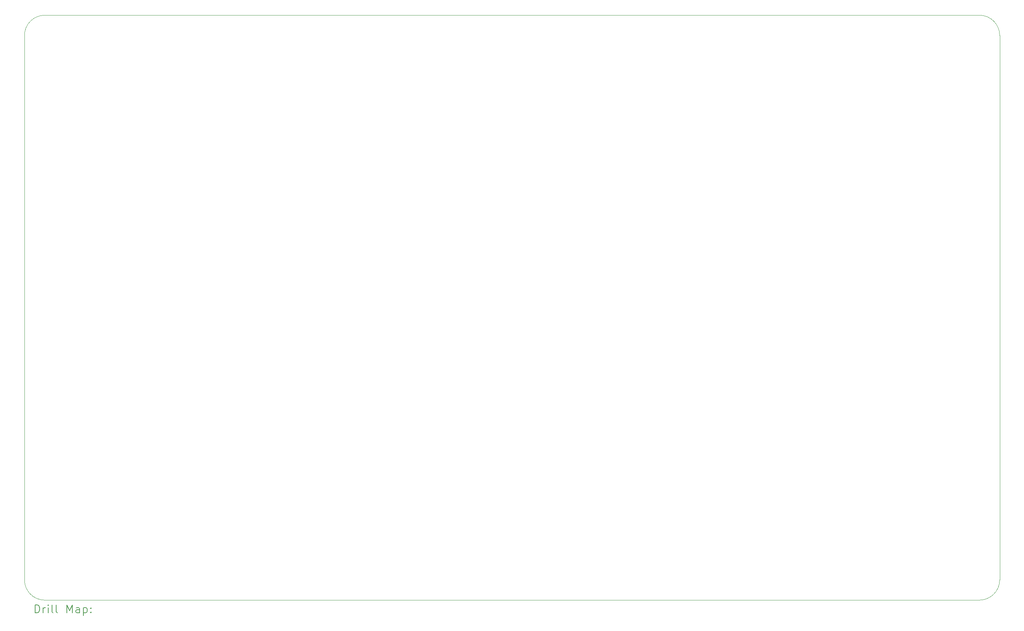
<source format=gbr>
%TF.GenerationSoftware,KiCad,Pcbnew,9.0.2*%
%TF.CreationDate,2025-10-03T07:29:53+01:00*%
%TF.ProjectId,MotorControl,4d6f746f-7243-46f6-9e74-726f6c2e6b69,rev?*%
%TF.SameCoordinates,Original*%
%TF.FileFunction,Drillmap*%
%TF.FilePolarity,Positive*%
%FSLAX45Y45*%
G04 Gerber Fmt 4.5, Leading zero omitted, Abs format (unit mm)*
G04 Created by KiCad (PCBNEW 9.0.2) date 2025-10-03 07:29:53*
%MOMM*%
%LPD*%
G01*
G04 APERTURE LIST*
%ADD10C,0.038100*%
%ADD11C,0.200000*%
G04 APERTURE END LIST*
D10*
X26719020Y-16289020D02*
X3754120Y-16289020D01*
X3754120Y-16289020D02*
G75*
G02*
X3254120Y-15789020I0J500000D01*
G01*
X26719020Y-1894840D02*
G75*
G02*
X27219020Y-2394840I0J-500000D01*
G01*
X3254120Y-15789020D02*
X3254120Y-2394840D01*
X27219020Y-15789020D02*
G75*
G02*
X26719020Y-16289020I-500000J0D01*
G01*
X3254120Y-2394840D02*
G75*
G02*
X3754120Y-1894840I500000J0D01*
G01*
X27219020Y-2394840D02*
X27219020Y-15789020D01*
X3754120Y-1894840D02*
X26719020Y-1894840D01*
D11*
X3512992Y-16602409D02*
X3512992Y-16402409D01*
X3512992Y-16402409D02*
X3560611Y-16402409D01*
X3560611Y-16402409D02*
X3589182Y-16411933D01*
X3589182Y-16411933D02*
X3608230Y-16430980D01*
X3608230Y-16430980D02*
X3617754Y-16450028D01*
X3617754Y-16450028D02*
X3627277Y-16488123D01*
X3627277Y-16488123D02*
X3627277Y-16516694D01*
X3627277Y-16516694D02*
X3617754Y-16554790D01*
X3617754Y-16554790D02*
X3608230Y-16573837D01*
X3608230Y-16573837D02*
X3589182Y-16592885D01*
X3589182Y-16592885D02*
X3560611Y-16602409D01*
X3560611Y-16602409D02*
X3512992Y-16602409D01*
X3712992Y-16602409D02*
X3712992Y-16469075D01*
X3712992Y-16507171D02*
X3722516Y-16488123D01*
X3722516Y-16488123D02*
X3732039Y-16478599D01*
X3732039Y-16478599D02*
X3751087Y-16469075D01*
X3751087Y-16469075D02*
X3770135Y-16469075D01*
X3836801Y-16602409D02*
X3836801Y-16469075D01*
X3836801Y-16402409D02*
X3827277Y-16411933D01*
X3827277Y-16411933D02*
X3836801Y-16421456D01*
X3836801Y-16421456D02*
X3846325Y-16411933D01*
X3846325Y-16411933D02*
X3836801Y-16402409D01*
X3836801Y-16402409D02*
X3836801Y-16421456D01*
X3960611Y-16602409D02*
X3941563Y-16592885D01*
X3941563Y-16592885D02*
X3932039Y-16573837D01*
X3932039Y-16573837D02*
X3932039Y-16402409D01*
X4065373Y-16602409D02*
X4046325Y-16592885D01*
X4046325Y-16592885D02*
X4036801Y-16573837D01*
X4036801Y-16573837D02*
X4036801Y-16402409D01*
X4293944Y-16602409D02*
X4293944Y-16402409D01*
X4293944Y-16402409D02*
X4360611Y-16545266D01*
X4360611Y-16545266D02*
X4427278Y-16402409D01*
X4427278Y-16402409D02*
X4427278Y-16602409D01*
X4608230Y-16602409D02*
X4608230Y-16497647D01*
X4608230Y-16497647D02*
X4598706Y-16478599D01*
X4598706Y-16478599D02*
X4579659Y-16469075D01*
X4579659Y-16469075D02*
X4541563Y-16469075D01*
X4541563Y-16469075D02*
X4522516Y-16478599D01*
X4608230Y-16592885D02*
X4589182Y-16602409D01*
X4589182Y-16602409D02*
X4541563Y-16602409D01*
X4541563Y-16602409D02*
X4522516Y-16592885D01*
X4522516Y-16592885D02*
X4512992Y-16573837D01*
X4512992Y-16573837D02*
X4512992Y-16554790D01*
X4512992Y-16554790D02*
X4522516Y-16535742D01*
X4522516Y-16535742D02*
X4541563Y-16526218D01*
X4541563Y-16526218D02*
X4589182Y-16526218D01*
X4589182Y-16526218D02*
X4608230Y-16516694D01*
X4703468Y-16469075D02*
X4703468Y-16669075D01*
X4703468Y-16478599D02*
X4722516Y-16469075D01*
X4722516Y-16469075D02*
X4760611Y-16469075D01*
X4760611Y-16469075D02*
X4779659Y-16478599D01*
X4779659Y-16478599D02*
X4789182Y-16488123D01*
X4789182Y-16488123D02*
X4798706Y-16507171D01*
X4798706Y-16507171D02*
X4798706Y-16564313D01*
X4798706Y-16564313D02*
X4789182Y-16583361D01*
X4789182Y-16583361D02*
X4779659Y-16592885D01*
X4779659Y-16592885D02*
X4760611Y-16602409D01*
X4760611Y-16602409D02*
X4722516Y-16602409D01*
X4722516Y-16602409D02*
X4703468Y-16592885D01*
X4884420Y-16583361D02*
X4893944Y-16592885D01*
X4893944Y-16592885D02*
X4884420Y-16602409D01*
X4884420Y-16602409D02*
X4874897Y-16592885D01*
X4874897Y-16592885D02*
X4884420Y-16583361D01*
X4884420Y-16583361D02*
X4884420Y-16602409D01*
X4884420Y-16478599D02*
X4893944Y-16488123D01*
X4893944Y-16488123D02*
X4884420Y-16497647D01*
X4884420Y-16497647D02*
X4874897Y-16488123D01*
X4874897Y-16488123D02*
X4884420Y-16478599D01*
X4884420Y-16478599D02*
X4884420Y-16497647D01*
M02*

</source>
